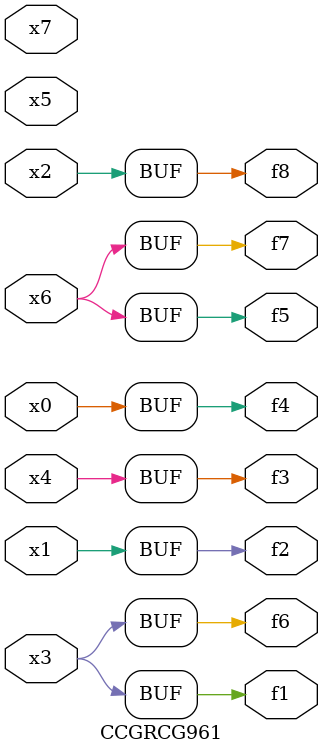
<source format=v>
module CCGRCG961(
	input x0, x1, x2, x3, x4, x5, x6, x7,
	output f1, f2, f3, f4, f5, f6, f7, f8
);
	assign f1 = x3;
	assign f2 = x1;
	assign f3 = x4;
	assign f4 = x0;
	assign f5 = x6;
	assign f6 = x3;
	assign f7 = x6;
	assign f8 = x2;
endmodule

</source>
